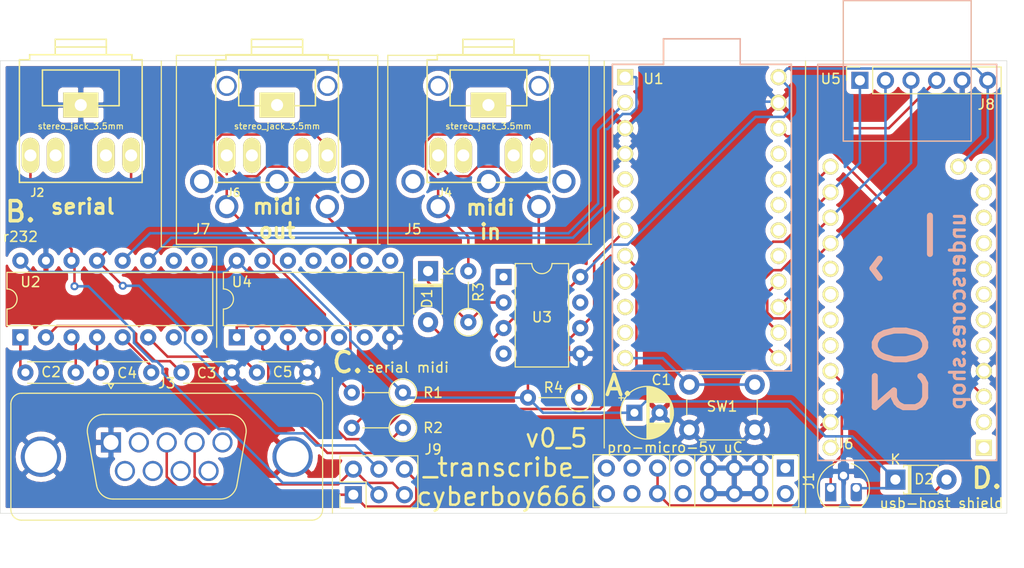
<source format=kicad_pcb>
(kicad_pcb (version 20171130) (host pcbnew 5.1.10)
  (layers (0 F.Cu signal) (31 B.Cu signal) (34 B.Paste user) (35 F.Paste user) (36 B.SilkS user) (37 F.SilkS user) (38 B.Mask user) (39 F.Mask user) (44 Edge.Cuts user))
  (net 0 "")
  (net 1 "Net-(C2-Pad2)")
  (net 2 "Net-(C2-Pad1)")
  (net 3 GND)
  (net 4 "Net-(C3-Pad2)")
  (net 5 "Net-(C4-Pad2)")
  (net 6 "Net-(D1-Pad1)")
  (net 7 MIDI_IN_DATA)
  (net 8 RS_SERIAL_OUT)
  (net 9 RS_SERIAL_IN)
  (net 10 MIDI_IN_PLUS)
  (net 11 MIDI_OUT_PLUS)
  (net 12 MIDI_OUT_DATA)
  (net 13 "Net-(J5-Pad3)")
  (net 14 "Net-(J5-Pad2)")
  (net 15 "Net-(J5-Pad1)")
  (net 16 +5V)
  (net 17 MIDI_SERIAL_IN)
  (net 18 MIDI_SERIAL_OUT)
  (net 19 RST_HOST)
  (net 20 "Net-(U1-Pad20)")
  (net 21 "Net-(U1-Pad19)")
  (net 22 "Net-(U1-Pad18)")
  (net 23 "Net-(U1-Pad17)")
  (net 24 SKC_HOST)
  (net 25 MISO_HOST)
  (net 26 MOSI_HOST)
  (net 27 SS_HOST)
  (net 28 "Net-(U1-Pad11)")
  (net 29 "Net-(U1-Pad10)")
  (net 30 "Net-(U1-Pad9)")
  (net 31 ALT_SERIAL_OUT)
  (net 32 ALT_SERIAL_IN)
  (net 33 "Net-(U1-Pad6)")
  (net 34 "Net-(U1-Pad5)")
  (net 35 "Net-(U2-Pad9)")
  (net 36 "Net-(U2-Pad10)")
  (net 37 "Net-(U2-Pad7)")
  (net 38 "Net-(U2-Pad8)")
  (net 39 3.3v)
  (net 40 "Net-(U4-Pad12)")
  (net 41 "Net-(U4-Pad11)")
  (net 42 "Net-(U4-Pad10)")
  (net 43 "Net-(U4-Pad9)")
  (net 44 "Net-(U4-Pad8)")
  (net 45 "Net-(U4-Pad6)")
  (net 46 "Net-(U4-Pad5)")
  (net 47 "Net-(U4-Pad1)")
  (net 48 "Net-(U5-Pad1)")
  (net 49 "Net-(U5-Pad7)")
  (net 50 "Net-(J7-Pad1)")
  (net 51 "Net-(J7-Pad2)")
  (net 52 "Net-(U1-Pad21)")
  (net 53 "Net-(C4-Pad1)")
  (net 54 "Net-(C5-Pad2)")
  (net 55 "Net-(J1-Pad1)")
  (net 56 "Net-(J1-Pad2)")
  (net 57 "Net-(J1-Pad9)")
  (net 58 "Net-(J1-Pad10)")
  (net 59 "Net-(J1-Pad13)")
  (net 60 "Net-(J1-Pad14)")
  (net 61 "Net-(J1-Pad15)")
  (net 62 "Net-(J1-Pad16)")
  (net 63 "Net-(J3-Pad1)")
  (net 64 "Net-(J3-Pad4)")
  (net 65 "Net-(J3-Pad6)")
  (net 66 "Net-(J3-Pad7)")
  (net 67 "Net-(J3-Pad8)")
  (net 68 "Net-(J3-Pad9)")
  (net 69 "Net-(J4-PadTN)")
  (net 70 "Net-(J4-PadRN)")
  (net 71 "Net-(J4-PadS)")
  (net 72 "Net-(J6-PadS)")
  (net 73 "Net-(J6-PadRN)")
  (net 74 "Net-(J6-PadTN)")
  (net 75 "Net-(J7-Pad3)")
  (net 76 "Net-(R2-Pad1)")
  (net 77 "Net-(U3-Pad1)")
  (net 78 "Net-(U3-Pad7)")
  (net 79 "Net-(U3-Pad4)")
  (net 80 "Net-(U4-Pad13)")
  (net 81 "Net-(U5-Pad24)")
  (net 82 "Net-(U5-Pad22)")
  (net 83 "Net-(U5-Pad20)")
  (net 84 "Net-(U5-Pad19)")
  (net 85 "Net-(U5-Pad18)")
  (net 86 "Net-(U5-Pad17)")
  (net 87 "Net-(U5-Pad12)")
  (net 88 "Net-(U5-Pad11)")
  (net 89 "Net-(U5-Pad10)")
  (net 90 "Net-(U5-Pad9)")
  (net 91 "Net-(U5-Pad8)")
  (net 92 "Net-(U5-Pad6)")
  (net 93 "Net-(U5-Pad5)")
  (net 94 "Net-(U5-Pad2)")
  (net 95 "Net-(D2-Pad2)")
  (net 96 "Net-(J2-PadTN)")
  (net 97 "Net-(J2-PadRN)")
  (net 98 "Net-(J3-Pad3)")
  (net 99 "Net-(J3-Pad2)")
  (net 100 "Net-(SW1-Pad2)")
  (module Diode_THT:D_T-1_P5.08mm_Horizontal (layer F.Cu) (at -247.5 -769.08 270)
    (fp_text reference D1 (at 2.73 0.1 90) (layer F.SilkS))
    (fp_text value 1N4148)
    (fp_text user K (at 0 -2 90) (layer F.SilkS))
    (pad 1 thru_hole rect (at 0 0 270) (size 2 2) (drill 1) (layers *.Cu *.Mask) (net 6 "Net-(D1-Pad1)"))
    (pad 2 thru_hole oval (at 5.08 0 270) (size 2 2) (drill 1) (layers *.Cu *.Mask) (net 7 MIDI_IN_DATA))
  )
  (module Module:usbHostMidi (layer F.Cu) (at -199.9 -765.5 90)
    (fp_text reference U5 hide)
    (fp_text value usbHostMini)
    (fp_text user %R (at 22.7 -7.6) (layer F.SilkS))
    (pad 24 thru_hole circle (at -13.97 -7.62 90) (size 1.6 1.6) (drill 1.1) (layers *.Cu *.Mask F.SilkS) (net 81 "Net-(U5-Pad24)"))
    (pad 23 thru_hole circle (at -11.43 -7.62 90) (size 1.6 1.6) (drill 1.1) (layers *.Cu *.Mask F.SilkS) (net 3 GND))
    (pad 22 thru_hole circle (at -8.89 -7.62 90) (size 1.6 1.6) (drill 1.1) (layers *.Cu *.Mask F.SilkS) (net 82 "Net-(U5-Pad22)"))
    (pad 21 thru_hole circle (at -6.35 -7.62 90) (size 1.6 1.6) (drill 1.1) (layers *.Cu *.Mask F.SilkS) (net 39 3.3v))
    (pad 20 thru_hole circle (at -3.81 -7.62 90) (size 1.6 1.6) (drill 1.1) (layers *.Cu *.Mask F.SilkS) (net 83 "Net-(U5-Pad20)"))
    (pad 19 thru_hole circle (at -1.27 -7.62 90) (size 1.6 1.6) (drill 1.1) (layers *.Cu *.Mask F.SilkS) (net 84 "Net-(U5-Pad19)"))
    (pad 18 thru_hole circle (at 1.27 -7.62 90) (size 1.6 1.6) (drill 1.1) (layers *.Cu *.Mask F.SilkS) (net 85 "Net-(U5-Pad18)"))
    (pad 17 thru_hole circle (at 3.81 -7.62 90) (size 1.6 1.6) (drill 1.1) (layers *.Cu *.Mask F.SilkS) (net 86 "Net-(U5-Pad17)"))
    (pad 16 thru_hole circle (at 6.35 -7.62 90) (size 1.6 1.6) (drill 1.1) (layers *.Cu *.Mask F.SilkS) (net 24 SKC_HOST))
    (pad 15 thru_hole circle (at 8.89 -7.62 90) (size 1.6 1.6) (drill 1.1) (layers *.Cu *.Mask F.SilkS) (net 25 MISO_HOST))
    (pad 14 thru_hole circle (at 11.43 -7.62 90) (size 1.6 1.6) (drill 1.1) (layers *.Cu *.Mask F.SilkS) (net 26 MOSI_HOST))
    (pad 13 thru_hole circle (at 13.97 -7.62 90) (size 1.6 1.6) (drill 1.1) (layers *.Cu *.Mask F.SilkS) (net 27 SS_HOST))
    (pad 12 thru_hole circle (at 13.97 7.62 90) (size 1.6 1.6) (drill 1.1) (layers *.Cu *.Mask F.SilkS) (net 87 "Net-(U5-Pad12)"))
    (pad 11 thru_hole circle (at 11.43 7.62 90) (size 1.6 1.6) (drill 1.1) (layers *.Cu *.Mask F.SilkS) (net 88 "Net-(U5-Pad11)"))
    (pad 10 thru_hole circle (at 8.89 7.62 90) (size 1.6 1.6) (drill 1.1) (layers *.Cu *.Mask F.SilkS) (net 89 "Net-(U5-Pad10)"))
    (pad 9 thru_hole circle (at 6.35 7.62 90) (size 1.6 1.6) (drill 1.1) (layers *.Cu *.Mask F.SilkS) (net 90 "Net-(U5-Pad9)"))
    (pad 8 thru_hole circle (at 3.81 7.62 90) (size 1.6 1.6) (drill 1.1) (layers *.Cu *.Mask F.SilkS) (net 91 "Net-(U5-Pad8)"))
    (pad 7 thru_hole circle (at 1.27 7.62 90) (size 1.6 1.6) (drill 1.1) (layers *.Cu *.Mask F.SilkS) (net 49 "Net-(U5-Pad7)"))
    (pad 6 thru_hole circle (at -1.27 7.62 90) (size 1.6 1.6) (drill 1.1) (layers *.Cu *.Mask F.SilkS) (net 92 "Net-(U5-Pad6)"))
    (pad 5 thru_hole circle (at -3.81 7.62 90) (size 1.6 1.6) (drill 1.1) (layers *.Cu *.Mask F.SilkS) (net 93 "Net-(U5-Pad5)"))
    (pad 4 thru_hole circle (at -6.35 7.62 90) (size 1.6 1.6) (drill 1.1) (layers *.Cu *.Mask F.SilkS) (net 3 GND))
    (pad 3 thru_hole circle (at -8.89 7.62 90) (size 1.6 1.6) (drill 1.1) (layers *.Cu *.Mask F.SilkS) (net 19 RST_HOST))
    (pad 2 thru_hole circle (at -11.43 7.62 90) (size 1.6 1.6) (drill 1.1) (layers *.Cu *.Mask F.SilkS) (net 94 "Net-(U5-Pad2)"))
    (pad 1 thru_hole rect (at -13.97 7.62 90) (size 1.6 1.6) (drill 1.1) (layers *.Cu *.Mask F.SilkS) (net 48 "Net-(U5-Pad1)"))
    (pad 25 thru_hole circle (at 13.97 5.08 90) (size 1.6 1.6) (drill 1.1) (layers *.Cu *.Mask F.SilkS) (net 16 +5V))
  )
  (module Resistor_THT:R_Axial_DIN0207_L6.3mm_D2.5mm_P5.08mm_Vertical (layer F.Cu) (at -250 -753.5 180)
    (fp_text reference R2 (at -3 0) (layer F.SilkS))
    (fp_text value 220)
    (pad 2 thru_hole oval (at 5.08 0 180) (size 1.6 1.6) (drill 0.8) (layers *.Cu *.Mask) (net 12 MIDI_OUT_DATA))
    (pad 1 thru_hole circle (at 0 0 180) (size 1.6 1.6) (drill 0.8) (layers *.Cu *.Mask) (net 76 "Net-(R2-Pad1)"))
  )
  (module Package_DIP:DIP-16_W7.62mm (layer F.Cu) (at -288 -762.5 90)
    (fp_text reference U2 (at 5.5 1 180) (layer F.SilkS))
    (fp_text value MAX232)
    (pad 1 thru_hole rect (at 0 0 90) (size 1.6 1.6) (drill 0.8) (layers *.Cu *.Mask) (net 2 "Net-(C2-Pad1)"))
    (pad 9 thru_hole oval (at 7.62 17.78 90) (size 1.6 1.6) (drill 0.8) (layers *.Cu *.Mask) (net 35 "Net-(U2-Pad9)"))
    (pad 2 thru_hole oval (at 0 2.54 90) (size 1.6 1.6) (drill 0.8) (layers *.Cu *.Mask) (net 4 "Net-(C3-Pad2)"))
    (pad 10 thru_hole oval (at 7.62 15.24 90) (size 1.6 1.6) (drill 0.8) (layers *.Cu *.Mask) (net 36 "Net-(U2-Pad10)"))
    (pad 3 thru_hole oval (at 0 5.08 90) (size 1.6 1.6) (drill 0.8) (layers *.Cu *.Mask) (net 1 "Net-(C2-Pad2)"))
    (pad 11 thru_hole oval (at 7.62 12.7 90) (size 1.6 1.6) (drill 0.8) (layers *.Cu *.Mask) (net 31 ALT_SERIAL_OUT))
    (pad 4 thru_hole oval (at 0 7.62 90) (size 1.6 1.6) (drill 0.8) (layers *.Cu *.Mask) (net 53 "Net-(C4-Pad1)"))
    (pad 12 thru_hole oval (at 7.62 10.16 90) (size 1.6 1.6) (drill 0.8) (layers *.Cu *.Mask) (net 32 ALT_SERIAL_IN))
    (pad 5 thru_hole oval (at 0 10.16 90) (size 1.6 1.6) (drill 0.8) (layers *.Cu *.Mask) (net 5 "Net-(C4-Pad2)"))
    (pad 13 thru_hole oval (at 7.62 7.62 90) (size 1.6 1.6) (drill 0.8) (layers *.Cu *.Mask) (net 9 RS_SERIAL_IN))
    (pad 6 thru_hole oval (at 0 12.7 90) (size 1.6 1.6) (drill 0.8) (layers *.Cu *.Mask) (net 54 "Net-(C5-Pad2)"))
    (pad 14 thru_hole oval (at 7.62 5.08 90) (size 1.6 1.6) (drill 0.8) (layers *.Cu *.Mask) (net 8 RS_SERIAL_OUT))
    (pad 7 thru_hole oval (at 0 15.24 90) (size 1.6 1.6) (drill 0.8) (layers *.Cu *.Mask) (net 37 "Net-(U2-Pad7)"))
    (pad 15 thru_hole oval (at 7.62 2.54 90) (size 1.6 1.6) (drill 0.8) (layers *.Cu *.Mask) (net 3 GND))
    (pad 8 thru_hole oval (at 0 17.78 90) (size 1.6 1.6) (drill 0.8) (layers *.Cu *.Mask) (net 38 "Net-(U2-Pad8)"))
    (pad 16 thru_hole oval (at 7.62 0 90) (size 1.6 1.6) (drill 0.8) (layers *.Cu *.Mask) (net 16 +5V))
  )
  (module Package_DIP:DIP-8_W7.62mm (layer F.Cu) (at -240 -768.5)
    (fp_text reference U3 (at 3.81 4) (layer F.SilkS))
    (fp_text value 6N137)
    (pad 1 thru_hole rect (at 0 0) (size 1.6 1.6) (drill 0.8) (layers *.Cu *.Mask) (net 77 "Net-(U3-Pad1)"))
    (pad 5 thru_hole oval (at 7.62 7.62) (size 1.6 1.6) (drill 0.8) (layers *.Cu *.Mask) (net 3 GND))
    (pad 2 thru_hole oval (at 0 2.54) (size 1.6 1.6) (drill 0.8) (layers *.Cu *.Mask) (net 6 "Net-(D1-Pad1)"))
    (pad 6 thru_hole oval (at 7.62 5.08) (size 1.6 1.6) (drill 0.8) (layers *.Cu *.Mask) (net 17 MIDI_SERIAL_IN))
    (pad 3 thru_hole oval (at 0 5.08) (size 1.6 1.6) (drill 0.8) (layers *.Cu *.Mask) (net 7 MIDI_IN_DATA))
    (pad 7 thru_hole oval (at 7.62 2.54) (size 1.6 1.6) (drill 0.8) (layers *.Cu *.Mask) (net 78 "Net-(U3-Pad7)"))
    (pad 4 thru_hole oval (at 0 7.62) (size 1.6 1.6) (drill 0.8) (layers *.Cu *.Mask) (net 79 "Net-(U3-Pad4)"))
    (pad 8 thru_hole oval (at 7.62 0) (size 1.6 1.6) (drill 0.8) (layers *.Cu *.Mask) (net 16 +5V))
  )
  (module Resistor_THT:R_Axial_DIN0207_L6.3mm_D2.5mm_P5.08mm_Vertical (layer F.Cu) (at -243.5 -764 90)
    (fp_text reference R3 (at 3 1 90) (layer F.SilkS))
    (fp_text value 220)
    (pad 1 thru_hole circle (at 0 0 90) (size 1.6 1.6) (drill 0.8) (layers *.Cu *.Mask) (net 6 "Net-(D1-Pad1)"))
    (pad 2 thru_hole oval (at 5.08 0 90) (size 1.6 1.6) (drill 0.8) (layers *.Cu *.Mask) (net 10 MIDI_IN_PLUS))
  )
  (module Resistor_THT:R_Axial_DIN0207_L6.3mm_D2.5mm_P5.08mm_Vertical (layer F.Cu) (at -232.5 -756.5 180)
    (fp_text reference R4 (at 2.54 1) (layer F.SilkS))
    (fp_text value 10k)
    (pad 2 thru_hole oval (at 5.08 0 180) (size 1.6 1.6) (drill 0.8) (layers *.Cu *.Mask) (net 16 +5V))
    (pad 1 thru_hole circle (at 0 0 180) (size 1.6 1.6) (drill 0.8) (layers *.Cu *.Mask) (net 17 MIDI_SERIAL_IN))
  )
  (module Resistor_THT:R_Axial_DIN0207_L6.3mm_D2.5mm_P5.08mm_Vertical (layer F.Cu) (at -250 -757 180)
    (fp_text reference R1 (at -3 0) (layer F.SilkS))
    (fp_text value 220)
    (pad 1 thru_hole circle (at 0 0 180) (size 1.6 1.6) (drill 0.8) (layers *.Cu *.Mask) (net 16 +5V))
    (pad 2 thru_hole oval (at 5.08 0 180) (size 1.6 1.6) (drill 0.8) (layers *.Cu *.Mask) (net 11 MIDI_OUT_PLUS))
  )
  (module Package_DIP:DIP-14_W7.62mm (layer F.Cu) (at -266.5 -762.5 90)
    (fp_text reference U4 (at 5.5 0.5 180) (layer F.SilkS))
    (fp_text value CD4069)
    (pad 1 thru_hole rect (at 0 0 90) (size 1.6 1.6) (drill 0.8) (layers *.Cu *.Mask) (net 47 "Net-(U4-Pad1)"))
    (pad 8 thru_hole oval (at 7.62 15.24 90) (size 1.6 1.6) (drill 0.8) (layers *.Cu *.Mask) (net 44 "Net-(U4-Pad8)"))
    (pad 2 thru_hole oval (at 0 2.54 90) (size 1.6 1.6) (drill 0.8) (layers *.Cu *.Mask) (net 76 "Net-(R2-Pad1)"))
    (pad 9 thru_hole oval (at 7.62 12.7 90) (size 1.6 1.6) (drill 0.8) (layers *.Cu *.Mask) (net 43 "Net-(U4-Pad9)"))
    (pad 3 thru_hole oval (at 0 5.08 90) (size 1.6 1.6) (drill 0.8) (layers *.Cu *.Mask) (net 18 MIDI_SERIAL_OUT))
    (pad 10 thru_hole oval (at 7.62 10.16 90) (size 1.6 1.6) (drill 0.8) (layers *.Cu *.Mask) (net 42 "Net-(U4-Pad10)"))
    (pad 4 thru_hole oval (at 0 7.62 90) (size 1.6 1.6) (drill 0.8) (layers *.Cu *.Mask) (net 47 "Net-(U4-Pad1)"))
    (pad 11 thru_hole oval (at 7.62 7.62 90) (size 1.6 1.6) (drill 0.8) (layers *.Cu *.Mask) (net 41 "Net-(U4-Pad11)"))
    (pad 5 thru_hole oval (at 0 10.16 90) (size 1.6 1.6) (drill 0.8) (layers *.Cu *.Mask) (net 46 "Net-(U4-Pad5)"))
    (pad 12 thru_hole oval (at 7.62 5.08 90) (size 1.6 1.6) (drill 0.8) (layers *.Cu *.Mask) (net 40 "Net-(U4-Pad12)"))
    (pad 6 thru_hole oval (at 0 12.7 90) (size 1.6 1.6) (drill 0.8) (layers *.Cu *.Mask) (net 45 "Net-(U4-Pad6)"))
    (pad 13 thru_hole oval (at 7.62 2.54 90) (size 1.6 1.6) (drill 0.8) (layers *.Cu *.Mask) (net 80 "Net-(U4-Pad13)"))
    (pad 7 thru_hole oval (at 0 15.24 90) (size 1.6 1.6) (drill 0.8) (layers *.Cu *.Mask) (net 3 GND))
    (pad 14 thru_hole oval (at 7.62 0 90) (size 1.6 1.6) (drill 0.8) (layers *.Cu *.Mask) (net 16 +5V))
  )
  (module Module:ProMicro (layer F.Cu) (at -220.3 -774.4 270)
    (fp_text reference U1 hide)
    (fp_text value ProMicro)
    (fp_text user %R (at -13.8 4.8) (layer F.SilkS))
    (pad 24 thru_hole circle (at -13.97 -7.62 270) (size 1.6 1.6) (drill 1.1) (layers *.Cu *.Mask F.SilkS) (net 16 +5V))
    (pad 23 thru_hole circle (at -11.43 -7.62 270) (size 1.6 1.6) (drill 1.1) (layers *.Cu *.Mask F.SilkS) (net 3 GND))
    (pad 22 thru_hole circle (at -8.89 -7.62 270) (size 1.6 1.6) (drill 1.1) (layers *.Cu *.Mask F.SilkS) (net 19 RST_HOST))
    (pad 21 thru_hole circle (at -6.35 -7.62 270) (size 1.6 1.6) (drill 1.1) (layers *.Cu *.Mask F.SilkS) (net 52 "Net-(U1-Pad21)"))
    (pad 20 thru_hole circle (at -3.81 -7.62 270) (size 1.6 1.6) (drill 1.1) (layers *.Cu *.Mask F.SilkS) (net 20 "Net-(U1-Pad20)"))
    (pad 19 thru_hole circle (at -1.27 -7.62 270) (size 1.6 1.6) (drill 1.1) (layers *.Cu *.Mask F.SilkS) (net 21 "Net-(U1-Pad19)"))
    (pad 18 thru_hole circle (at 1.27 -7.62 270) (size 1.6 1.6) (drill 1.1) (layers *.Cu *.Mask F.SilkS) (net 22 "Net-(U1-Pad18)"))
    (pad 17 thru_hole circle (at 3.81 -7.62 270) (size 1.6 1.6) (drill 1.1) (layers *.Cu *.Mask F.SilkS) (net 23 "Net-(U1-Pad17)"))
    (pad 16 thru_hole circle (at 6.35 -7.62 270) (size 1.6 1.6) (drill 1.1) (layers *.Cu *.Mask F.SilkS) (net 24 SKC_HOST))
    (pad 15 thru_hole circle (at 8.89 -7.62 270) (size 1.6 1.6) (drill 1.1) (layers *.Cu *.Mask F.SilkS) (net 25 MISO_HOST))
    (pad 14 thru_hole circle (at 11.43 -7.62 270) (size 1.6 1.6) (drill 1.1) (layers *.Cu *.Mask F.SilkS) (net 26 MOSI_HOST))
    (pad 13 thru_hole circle (at 13.97 -7.62 270) (size 1.6 1.6) (drill 1.1) (layers *.Cu *.Mask F.SilkS) (net 27 SS_HOST))
    (pad 12 thru_hole circle (at 13.97 7.62 270) (size 1.6 1.6) (drill 1.1) (layers *.Cu *.Mask F.SilkS) (net 100 "Net-(SW1-Pad2)"))
    (pad 11 thru_hole circle (at 11.43 7.62 270) (size 1.6 1.6) (drill 1.1) (layers *.Cu *.Mask F.SilkS) (net 28 "Net-(U1-Pad11)"))
    (pad 10 thru_hole circle (at 8.89 7.62 270) (size 1.6 1.6) (drill 1.1) (layers *.Cu *.Mask F.SilkS) (net 29 "Net-(U1-Pad10)"))
    (pad 9 thru_hole circle (at 6.35 7.62 270) (size 1.6 1.6) (drill 1.1) (layers *.Cu *.Mask F.SilkS) (net 30 "Net-(U1-Pad9)"))
    (pad 8 thru_hole circle (at 3.81 7.62 270) (size 1.6 1.6) (drill 1.1) (layers *.Cu *.Mask F.SilkS) (net 18 MIDI_SERIAL_OUT))
    (pad 7 thru_hole circle (at 1.27 7.62 270) (size 1.6 1.6) (drill 1.1) (layers *.Cu *.Mask F.SilkS) (net 17 MIDI_SERIAL_IN))
    (pad 6 thru_hole circle (at -1.27 7.62 270) (size 1.6 1.6) (drill 1.1) (layers *.Cu *.Mask F.SilkS) (net 33 "Net-(U1-Pad6)"))
    (pad 5 thru_hole circle (at -3.81 7.62 270) (size 1.6 1.6) (drill 1.1) (layers *.Cu *.Mask F.SilkS) (net 34 "Net-(U1-Pad5)"))
    (pad 4 thru_hole circle (at -6.35 7.62 270) (size 1.6 1.6) (drill 1.1) (layers *.Cu *.Mask F.SilkS) (net 3 GND))
    (pad 3 thru_hole circle (at -8.89 7.62 270) (size 1.6 1.6) (drill 1.1) (layers *.Cu *.Mask F.SilkS) (net 3 GND))
    (pad 2 thru_hole circle (at -11.43 7.62 270) (size 1.6 1.6) (drill 1.1) (layers *.Cu *.Mask F.SilkS) (net 32 ALT_SERIAL_IN))
    (pad 1 thru_hole rect (at -13.97 7.62 270) (size 1.6 1.6) (drill 1.1) (layers *.Cu *.Mask F.SilkS) (net 31 ALT_SERIAL_OUT))
  )
  (module Capacitor_THT:CP_Radial_D5.0mm_P2.50mm (layer F.Cu) (at -227 -755)
    (fp_text reference C1 (at 2.675 -3.275) (layer F.SilkS))
    (fp_text value 100uf)
    (pad 1 thru_hole rect (at 0 0) (size 1.6 1.6) (drill 0.8) (layers *.Cu *.Mask) (net 16 +5V))
    (pad 2 thru_hole circle (at 2.5 0) (size 1.6 1.6) (drill 0.8) (layers *.Cu *.Mask) (net 3 GND))
  )
  (module Capacitor_THT:C_Disc_D4.3mm_W1.9mm_P5.00mm (layer F.Cu) (at -287.5 -759)
    (fp_text reference C2 (at 2.55 -0.05) (layer F.SilkS))
    (fp_text value 0.1u)
    (pad 1 thru_hole circle (at 0 0) (size 1.6 1.6) (drill 0.8) (layers *.Cu *.Mask) (net 2 "Net-(C2-Pad1)"))
    (pad 2 thru_hole circle (at 5 0) (size 1.6 1.6) (drill 0.8) (layers *.Cu *.Mask) (net 1 "Net-(C2-Pad2)"))
  )
  (module Capacitor_THT:C_Disc_D4.3mm_W1.9mm_P5.00mm (layer F.Cu) (at -267 -759 180)
    (fp_text reference C3 (at 2.5 -0.05) (layer F.SilkS))
    (fp_text value 0.1u)
    (pad 1 thru_hole circle (at 0 0 180) (size 1.6 1.6) (drill 0.8) (layers *.Cu *.Mask) (net 3 GND))
    (pad 2 thru_hole circle (at 5 0 180) (size 1.6 1.6) (drill 0.8) (layers *.Cu *.Mask) (net 4 "Net-(C3-Pad2)"))
  )
  (module Capacitor_THT:C_Disc_D4.3mm_W1.9mm_P5.00mm (layer F.Cu) (at -280 -759)
    (fp_text reference C4 (at 2.6 0.05) (layer F.SilkS))
    (fp_text value 0.1u)
    (pad 2 thru_hole circle (at 5 0) (size 1.6 1.6) (drill 0.8) (layers *.Cu *.Mask) (net 5 "Net-(C4-Pad2)"))
    (pad 1 thru_hole circle (at 0 0) (size 1.6 1.6) (drill 0.8) (layers *.Cu *.Mask) (net 53 "Net-(C4-Pad1)"))
  )
  (module Capacitor_THT:C_Disc_D4.3mm_W1.9mm_P5.00mm (layer F.Cu) (at -259.5 -759 180)
    (fp_text reference C5 (at 2.45 0.05) (layer F.SilkS))
    (fp_text value 0.1u)
    (pad 2 thru_hole circle (at 5 0 180) (size 1.6 1.6) (drill 0.8) (layers *.Cu *.Mask) (net 54 "Net-(C5-Pad2)"))
    (pad 1 thru_hole circle (at 0 0 180) (size 1.6 1.6) (drill 0.8) (layers *.Cu *.Mask) (net 3 GND))
  )
  (module Diode_THT:D_T-1_P5.08mm_Horizontal (layer F.Cu) (at -201.075 -748.35)
    (fp_text reference D2 (at 2.85 -0.05) (layer F.SilkS))
    (fp_text value 1N4148)
    (fp_text user K (at 0 -2) (layer F.SilkS))
    (pad 2 thru_hole oval (at 5.08 0) (size 2 2) (drill 1) (layers *.Cu *.Mask) (net 95 "Net-(D2-Pad2)"))
    (pad 1 thru_hole rect (at 0 0) (size 2 2) (drill 1) (layers *.Cu *.Mask) (net 16 +5V))
  )
  (module lib_fp:PinHeader_2x08_P2.54_Euro (layer F.Cu) (at -212 -749.5 270)
    (fp_text reference J1 (at 1.27 -2.33 90) (layer F.SilkS))
    (fp_text value europower)
    (pad 1 thru_hole rect (at 0 0 270) (size 1.7 1.7) (drill 1) (layers *.Cu *.Mask) (net 55 "Net-(J1-Pad1)"))
    (pad 2 thru_hole oval (at 2.54 0 270) (size 1.7 1.7) (drill 1) (layers *.Cu *.Mask) (net 56 "Net-(J1-Pad2)"))
    (pad 3 thru_hole oval (at 0 2.54 270) (size 1.7 1.7) (drill 1) (layers *.Cu *.Mask) (net 3 GND))
    (pad 4 thru_hole oval (at 2.54 2.54 270) (size 1.7 1.7) (drill 1) (layers *.Cu *.Mask) (net 3 GND))
    (pad 5 thru_hole oval (at 0 5.08 270) (size 1.7 1.7) (drill 1) (layers *.Cu *.Mask) (net 3 GND))
    (pad 6 thru_hole oval (at 2.54 5.08 270) (size 1.7 1.7) (drill 1) (layers *.Cu *.Mask) (net 3 GND))
    (pad 7 thru_hole oval (at 0 7.62 270) (size 1.7 1.7) (drill 1) (layers *.Cu *.Mask) (net 3 GND))
    (pad 8 thru_hole oval (at 2.54 7.62 270) (size 1.7 1.7) (drill 1) (layers *.Cu *.Mask) (net 3 GND))
    (pad 9 thru_hole oval (at 0 10.16 270) (size 1.7 1.7) (drill 1) (layers *.Cu *.Mask) (net 57 "Net-(J1-Pad9)"))
    (pad 10 thru_hole oval (at 2.54 10.16 270) (size 1.7 1.7) (drill 1) (layers *.Cu *.Mask) (net 58 "Net-(J1-Pad10)"))
    (pad 11 thru_hole oval (at 0 12.7 270) (size 1.7 1.7) (drill 1) (layers *.Cu *.Mask) (net 95 "Net-(D2-Pad2)"))
    (pad 12 thru_hole oval (at 2.54 12.7 270) (size 1.7 1.7) (drill 1) (layers *.Cu *.Mask) (net 95 "Net-(D2-Pad2)"))
    (pad 13 thru_hole oval (at 0 15.24 270) (size 1.7 1.7) (drill 1) (layers *.Cu *.Mask) (net 59 "Net-(J1-Pad13)"))
    (pad 14 thru_hole oval (at 2.54 15.24 270) (size 1.7 1.7) (drill 1) (layers *.Cu *.Mask) (net 60 "Net-(J1-Pad14)"))
    (pad 15 thru_hole oval (at 0 17.78 270) (size 1.7 1.7) (drill 1) (layers *.Cu *.Mask) (net 61 "Net-(J1-Pad15)"))
    (pad 16 thru_hole oval (at 2.54 17.78 270) (size 1.7 1.7) (drill 1) (layers *.Cu *.Mask) (net 62 "Net-(J1-Pad16)"))
  )
  (module Connector_PinSocket_2.54mm:PinSocket_1x06_P2.54mm_Vertical (layer F.Cu) (at -204.6 -788.05 90)
    (fp_text reference J8 (at -2.4 12.55) (layer F.SilkS))
    (fp_text value Conn_01x06)
    (pad 1 thru_hole rect (at 0 0 90) (size 1.7 1.7) (drill 1) (layers *.Cu *.Mask) (net 26 MOSI_HOST))
    (pad 2 thru_hole oval (at 0 2.54 90) (size 1.7 1.7) (drill 1) (layers *.Cu *.Mask) (net 25 MISO_HOST))
    (pad 3 thru_hole oval (at 0 5.08 90) (size 1.7 1.7) (drill 1) (layers *.Cu *.Mask) (net 24 SKC_HOST))
    (pad 4 thru_hole oval (at 0 7.62 90) (size 1.7 1.7) (drill 1) (layers *.Cu *.Mask) (net 19 RST_HOST))
    (pad 5 thru_hole oval (at 0 10.16 90) (size 1.7 1.7) (drill 1) (layers *.Cu *.Mask) (net 3 GND))
    (pad 6 thru_hole oval (at 0 12.7 90) (size 1.7 1.7) (drill 1) (layers *.Cu *.Mask) (net 16 +5V))
  )
  (module Package_TO_SOT_THT:TO-92_HandSolder (layer F.Cu) (at -207.5 -747.5)
    (fp_text reference U6 (at 1.27 -4.4) (layer F.SilkS))
    (fp_text value 78L33)
    (pad 2 thru_hole roundrect (at 1.27 -1.27) (size 1.1 1.8) (drill 0.75 (offset 0 -0.4)) (layers *.Cu *.Mask) (net 3 GND))
    (pad 3 thru_hole roundrect (at 2.54 0) (size 1.1 1.8) (drill 0.75 (offset 0 0.4)) (layers *.Cu *.Mask) (net 16 +5V))
    (pad 1 thru_hole rect (at 0 0) (size 1.1 1.8) (drill 0.75 (offset 0 0.4)) (layers *.Cu *.Mask) (net 39 3.3v))
  )
  (module lib_fp:horizontal_3.5mm_stereo_TRS_jack_A-853 (layer F.Cu) (at -282 -784)
    (fp_text reference J2 (at -4.318 7.112) (layer F.SilkS) (effects (font (size 0.8 0.8))))
    (fp_text value stereo_jack_3.5mm (at 0 0.508) (layer F.SilkS) (effects (font (size 0.6 0.6) (thickness 0.1))))
    (pad S thru_hole rect (at 0 -1.596) (size 3.5 2.5) (drill 1.2) (layers *.Cu *.Mask F.SilkS) (net 3 GND))
    (pad R thru_hole oval (at 5 3.41) (size 1.75 3.5) (drill 1.2) (layers *.Cu *.Mask F.SilkS) (net 9 RS_SERIAL_IN))
    (pad T thru_hole oval (at -5 3.41) (size 1.75 3.5) (drill 1.2) (layers *.Cu *.Mask F.SilkS) (net 8 RS_SERIAL_OUT))
    (pad RN thru_hole oval (at 2.5 3.41) (size 1.75 3.5) (drill 1.2) (layers *.Cu *.Mask F.SilkS) (net 97 "Net-(J2-PadRN)"))
    (pad TN thru_hole oval (at -2.5 3.41) (size 1.75 3.5) (drill 1.2) (layers *.Cu *.Mask F.SilkS) (net 96 "Net-(J2-PadTN)"))
  )
  (module lib_fp:tht_DSUB-9_Vertical_Tayda (layer F.Cu) (at -279 -752.05)
    (fp_text reference J3 (at 5.54 -5.89) (layer F.SilkS))
    (fp_text value dsub9_socket)
    (pad 5 thru_hole rect (at 0 0) (size 2 2) (drill 1.5) (layers *.Cu *.Mask) (net 3 GND))
    (pad 4 thru_hole circle (at 2.77 0) (size 2 2) (drill 1.5) (layers *.Cu *.Mask) (net 64 "Net-(J3-Pad4)"))
    (pad 3 thru_hole circle (at 5.54 0) (size 2 2) (drill 1.5) (layers *.Cu *.Mask) (net 98 "Net-(J3-Pad3)"))
    (pad 2 thru_hole circle (at 8.31 0) (size 2 2) (drill 1.5) (layers *.Cu *.Mask) (net 99 "Net-(J3-Pad2)"))
    (pad 1 thru_hole circle (at 11.08 0) (size 2 2) (drill 1.5) (layers *.Cu *.Mask) (net 63 "Net-(J3-Pad1)"))
    (pad 9 thru_hole circle (at 1.385 2.84) (size 2 2) (drill 1.5) (layers *.Cu *.Mask) (net 68 "Net-(J3-Pad9)"))
    (pad 8 thru_hole circle (at 4.155 2.84) (size 2 2) (drill 1.5) (layers *.Cu *.Mask) (net 67 "Net-(J3-Pad8)"))
    (pad 7 thru_hole circle (at 6.925 2.84) (size 2 2) (drill 1.5) (layers *.Cu *.Mask) (net 66 "Net-(J3-Pad7)"))
    (pad 6 thru_hole circle (at 9.695 2.84) (size 2 2) (drill 1.5) (layers *.Cu *.Mask) (net 65 "Net-(J3-Pad6)"))
    (pad 0 thru_hole circle (at -6.96 1.42) (size 4 4) (drill 3.2) (layers *.Cu *.Mask) (net 3 GND))
    (pad 0 thru_hole circle (at 18.04 1.42) (size 4 4) (drill 3.2) (layers *.Cu *.Mask) (net 3 GND))
  )
  (module lib_fp:horizontal_3.5mm_stereo_TRS_jack_A-853 (layer F.Cu) (at -241.5 -784)
    (fp_text reference J4 (at -4.318 7.112) (layer F.SilkS) (effects (font (size 0.8 0.8))))
    (fp_text value stereo_jack_3.5mm (at 0 0.508) (layer F.SilkS) (effects (font (size 0.6 0.6) (thickness 0.1))))
    (pad TN thru_hole oval (at -2.5 3.41) (size 1.75 3.5) (drill 1.2) (layers *.Cu *.Mask F.SilkS) (net 69 "Net-(J4-PadTN)"))
    (pad RN thru_hole oval (at 2.5 3.41) (size 1.75 3.5) (drill 1.2) (layers *.Cu *.Mask F.SilkS) (net 70 "Net-(J4-PadRN)"))
    (pad T thru_hole oval (at -5 3.41) (size 1.75 3.5) (drill 1.2) (layers *.Cu *.Mask F.SilkS) (net 7 MIDI_IN_DATA))
    (pad R thru_hole oval (at 5 3.41) (size 1.75 3.5) (drill 1.2) (layers *.Cu *.Mask F.SilkS) (net 10 MIDI_IN_PLUS))
    (pad S thru_hole rect (at 0 -1.596) (size 3.5 2.5) (drill 1.2) (layers *.Cu *.Mask F.SilkS) (net 71 "Net-(J4-PadS)"))
  )
  (module lib_fp:horizontal_din5-A1010 (layer F.Cu) (at -249 -778)
    (fp_text reference J5 (at 0 4.75) (layer F.SilkS))
    (fp_text value din5)
    (pad 5 thru_hole circle (at 12.5 2.5) (size 2.3 2.3) (drill 1.5) (layers *.Cu *.Mask) (net 7 MIDI_IN_DATA))
    (pad "" thru_hole circle (at 2.5 -9.5) (size 2 2) (drill 1.5) (layers *.Cu *.Mask))
    (pad 3 thru_hole circle (at 15 0) (size 2.3 2.3) (drill 1.5) (layers *.Cu *.Mask) (net 13 "Net-(J5-Pad3)"))
    (pad 2 thru_hole circle (at 7.5 0) (size 2.3 2.3) (drill 1.5) (layers *.Cu *.Mask) (net 14 "Net-(J5-Pad2)"))
    (pad 1 thru_hole circle (at 0 0) (size 2.3 2.3) (drill 1.5) (layers *.Cu *.Mask) (net 15 "Net-(J5-Pad1)"))
    (pad 4 thru_hole circle (at 2.5 2.5) (size 2.3 2.3) (drill 1.5) (layers *.Cu *.Mask) (net 10 MIDI_IN_PLUS))
    (pad "" thru_hole circle (at 12.5 -9.5) (size 2 2) (drill 1.5) (layers *.Cu *.Mask))
  )
  (module lib_fp:horizontal_3.5mm_stereo_TRS_jack_A-853 (layer F.Cu) (at -262.5 -784)
    (fp_text reference J6 (at -4.318 7.112) (layer F.SilkS) (effects (font (size 0.8 0.8))))
    (fp_text value stereo_jack_3.5mm (at 0 0.508) (layer F.SilkS) (effects (font (size 0.6 0.6) (thickness 0.1))))
    (pad TN thru_hole oval (at -2.5 3.41) (size 1.75 3.5) (drill 1.2) (layers *.Cu *.Mask F.SilkS) (net 74 "Net-(J6-PadTN)"))
    (pad RN thru_hole oval (at 2.5 3.41) (size 1.75 3.5) (drill 1.2) (layers *.Cu *.Mask F.SilkS) (net 73 "Net-(J6-PadRN)"))
    (pad T thru_hole oval (at -5 3.41) (size 1.75 3.5) (drill 1.2) (layers *.Cu *.Mask F.SilkS) (net 12 MIDI_OUT_DATA))
    (pad R thru_hole oval (at 5 3.41) (size 1.75 3.5) (drill 1.2) (layers *.Cu *.Mask F.SilkS) (net 11 MIDI_OUT_PLUS))
    (pad S thru_hole rect (at 0 -1.596) (size 3.5 2.5) (drill 1.2) (layers *.Cu *.Mask F.SilkS) (net 72 "Net-(J6-PadS)"))
  )
  (module lib_fp:horizontal_din5-A1010 (layer F.Cu) (at -270 -778)
    (fp_text reference J7 (at 0 4.75) (layer F.SilkS))
    (fp_text value din5)
    (pad "" thru_hole circle (at 12.5 -9.5) (size 2 2) (drill 1.5) (layers *.Cu *.Mask))
    (pad 4 thru_hole circle (at 2.5 2.5) (size 2.3 2.3) (drill 1.5) (layers *.Cu *.Mask) (net 11 MIDI_OUT_PLUS))
    (pad 1 thru_hole circle (at 0 0) (size 2.3 2.3) (drill 1.5) (layers *.Cu *.Mask) (net 50 "Net-(J7-Pad1)"))
    (pad 2 thru_hole circle (at 7.5 0) (size 2.3 2.3) (drill 1.5) (layers *.Cu *.Mask) (net 51 "Net-(J7-Pad2)"))
    (pad 3 thru_hole circle (at 15 0) (size 2.3 2.3) (drill 1.5) (layers *.Cu *.Mask) (net 75 "Net-(J7-Pad3)"))
    (pad "" thru_hole circle (at 2.5 -9.5) (size 2 2) (drill 1.5) (layers *.Cu *.Mask))
    (pad 5 thru_hole circle (at 12.5 2.5) (size 2.3 2.3) (drill 1.5) (layers *.Cu *.Mask) (net 12 MIDI_OUT_DATA))
  )
  (module Connector_PinHeader_2.54mm:PinHeader_2x03_P2.54mm_Vertical (layer F.Cu) (at -254.925 -746.85 90)
    (fp_text reference J9 (at 4.5 7.925 180) (layer F.SilkS))
    (fp_text value Conn_02x03_Odd_Even)
    (pad 1 thru_hole rect (at 0 0 90) (size 1.7 1.7) (drill 1) (layers *.Cu *.Mask) (net 98 "Net-(J3-Pad3)"))
    (pad 2 thru_hole oval (at 2.54 0 90) (size 1.7 1.7) (drill 1) (layers *.Cu *.Mask) (net 99 "Net-(J3-Pad2)"))
    (pad 3 thru_hole oval (at 0 2.54 90) (size 1.7 1.7) (drill 1) (layers *.Cu *.Mask) (net 8 RS_SERIAL_OUT))
    (pad 4 thru_hole oval (at 2.54 2.54 90) (size 1.7 1.7) (drill 1) (layers *.Cu *.Mask) (net 9 RS_SERIAL_IN))
    (pad 5 thru_hole oval (at 0 5.08 90) (size 1.7 1.7) (drill 1) (layers *.Cu *.Mask) (net 99 "Net-(J3-Pad2)"))
    (pad 6 thru_hole oval (at 2.54 5.08 90) (size 1.7 1.7) (drill 1) (layers *.Cu *.Mask) (net 98 "Net-(J3-Pad3)"))
  )
  (module Button_Switch_THT:SW_PUSH_6mm_H7.3mm (layer F.Cu) (at -215.05 -753.3 180)
    (fp_text reference SW1 (at 3.25 2.325) (layer F.SilkS))
    (fp_text value SW_Push_Dual)
    (pad 2 thru_hole circle (at 0 4.5 270) (size 2 2) (drill 1.1) (layers *.Cu *.Mask) (net 100 "Net-(SW1-Pad2)"))
    (pad 1 thru_hole circle (at 0 0 270) (size 2 2) (drill 1.1) (layers *.Cu *.Mask) (net 3 GND))
    (pad 2 thru_hole circle (at 6.5 4.5 270) (size 2 2) (drill 1.1) (layers *.Cu *.Mask) (net 100 "Net-(SW1-Pad2)"))
    (pad 1 thru_hole circle (at 6.5 0 270) (size 2 2) (drill 1.1) (layers *.Cu *.Mask) (net 3 GND))
  )
  (gr_text "_^ 03" (at -200.4 -764.6 90) (layer B.SilkS) (effects (font (size 5 5) (thickness 0.6)) (justify mirror)))
  (gr_text underscores.shop (at -194.9 -765.1 90) (layer B.SilkS) (effects (font (size 1.5 1.5) (thickness 0.3)) (justify mirror)))
  (gr_text "midi\nin" (at -241.3 -774.2) (layer F.SilkS) (effects (font (size 1.5 1.5) (thickness 0.3))))
  (gr_text "midi\nout" (at -262.5 -774.3) (layer F.SilkS) (effects (font (size 1.5 1.5) (thickness 0.3))))
  (gr_text serial (at -281.8 -775.5) (layer F.SilkS) (effects (font (size 1.5 1.5) (thickness 0.3))))
  (gr_text D. (at -192 -748.5) (layer F.SilkS) (effects (font (size 2 2) (thickness 0.35))))
  (gr_line (start -268.5 -761.5) (end -268.5 -771.5) (layer F.SilkS) (width 0.12))
  (gr_line (start -274 -771.5) (end -274 -790) (layer F.SilkS) (width 0.12))
  (gr_line (start -268.5 -771.5) (end -274 -771.5) (layer F.SilkS) (width 0.12))
  (gr_line (start -257 -745) (end -257 -758.5) (layer F.SilkS) (width 0.12))
  (gr_text "v0_5\n_transcribe_\ncyberboy666" (at -231.5 -749.575) (layer F.SilkS) (effects (font (size 1.8 1.8) (thickness 0.25)) (justify right)))
  (gr_text r232 (at -288 -772.5) (layer F.SilkS) (effects (font (size 1 1))))
  (gr_text "serial midi" (at -249.5 -759.5) (layer F.SilkS) (effects (font (size 1 1))))
  (gr_text "pro-micro-5v uC" (at -222.975 -751.55) (layer F.SilkS) (effects (font (size 1 1))))
  (gr_text "usb-host shield" (at -196.5 -746) (layer F.SilkS) (effects (font (size 1 1))))
  (gr_text C. (at -255.5 -760) (layer F.SilkS) (effects (font (size 2 2) (thickness 0.35))))
  (gr_text B. (at -288 -775) (layer F.SilkS) (effects (font (size 2 2) (thickness 0.35))))
  (gr_text A. (at -228.55 -757.725) (layer F.SilkS) (effects (font (size 2 2) (thickness 0.35))))
  (gr_line (start -230 -790) (end -230 -751.5) (layer F.SilkS) (width 0.12))
  (gr_line (start -210 -745) (end -210 -754) (layer F.SilkS) (width 0.12))
  (gr_line (start -210 -790) (end -210 -745) (layer F.SilkS) (width 0.12))
  (gr_line (start -290 -745) (end -290 -790) (layer Edge.Cuts) (width 0.05))
  (gr_line (start -190 -745) (end -290 -745) (layer Edge.Cuts) (width 0.05))
  (gr_line (start -190 -790) (end -190 -745) (layer Edge.Cuts) (width 0.05))
  (gr_line (start -290 -790) (end -190 -790) (layer Edge.Cuts) (width 0.05))
  (segment (start -283.5 -762.5) (end -282.92 -762.5) (width 0.25) (layer F.Cu) (net 1))
  (segment (start -282.5 -762.08) (end -282.92 -762.5) (width 0.25) (layer F.Cu) (net 1))
  (segment (start -282.5 -759) (end -282.5 -762.08) (width 0.25) (layer F.Cu) (net 1))
  (segment (start -288 -759.5) (end -287.5 -759) (width 0.25) (layer F.Cu) (net 2))
  (segment (start -288 -762.5) (end -288 -759.5) (width 0.25) (layer F.Cu) (net 2))
  (segment (start -208.419999 -753.770001) (end -207.62 -754.57) (width 0.25) (layer F.Cu) (net 3))
  (segment (start -225.08 -785.93) (end -212.38 -785.93) (width 0.25) (layer B.Cu) (net 3))
  (segment (start -227.62 -783.39) (end -225.08 -785.93) (width 0.25) (layer B.Cu) (net 3))
  (segment (start -267.92 -758.08) (end -267 -759) (width 0.25) (layer F.Cu) (net 3))
  (segment (start -273.125001 -760.125001) (end -272.799999 -759.799999) (width 0.25) (layer F.Cu) (net 4))
  (segment (start -272.799999 -759.799999) (end -272 -759) (width 0.25) (layer F.Cu) (net 4))
  (segment (start -274.590003 -760.125001) (end -273.125001 -760.125001) (width 0.25) (layer F.Cu) (net 4))
  (segment (start -277.299999 -763.625001) (end -276.5 -762.825002) (width 0.25) (layer F.Cu) (net 4))
  (segment (start -276.5 -762.034998) (end -274.590003 -760.125001) (width 0.25) (layer F.Cu) (net 4))
  (segment (start -276.5 -762.825002) (end -276.5 -762.034998) (width 0.25) (layer F.Cu) (net 4))
  (segment (start -284.334999 -763.625001) (end -277.299999 -763.625001) (width 0.25) (layer F.Cu) (net 4))
  (segment (start -285.46 -762.5) (end -284.334999 -763.625001) (width 0.25) (layer F.Cu) (net 4))
  (segment (start -278.5 -762.5) (end -277.84 -762.5) (width 0.25) (layer F.Cu) (net 5))
  (segment (start -275 -759.66) (end -275 -759) (width 0.25) (layer F.Cu) (net 5))
  (segment (start -277.84 -762.5) (end -275 -759.66) (width 0.25) (layer F.Cu) (net 5))
  (segment (start -243.46 -764) (end -243.5 -764) (width 0.25) (layer F.Cu) (net 6))
  (segment (start -247.5 -768) (end -247.5 -769.08) (width 0.25) (layer F.Cu) (net 6))
  (segment (start -243.5 -764) (end -247.5 -768) (width 0.25) (layer F.Cu) (net 6))
  (segment (start -241.54 -765.96) (end -243.5 -764) (width 0.25) (layer F.Cu) (net 6))
  (segment (start -240 -765.96) (end -241.54 -765.96) (width 0.25) (layer F.Cu) (net 6))
  (segment (start -246.5 -778.715) (end -246.5 -779.59) (width 0.25) (layer F.Cu) (net 7))
  (segment (start -243.50294 -778.51499) (end -245.29999 -778.51499) (width 0.25) (layer F.Cu) (net 7))
  (segment (start -245.29999 -778.51499) (end -246.5 -779.715) (width 0.25) (layer F.Cu) (net 7))
  (segment (start -242.542929 -779.475001) (end -243.50294 -778.51499) (width 0.25) (layer F.Cu) (net 7))
  (segment (start -240.475001 -779.475001) (end -242.542929 -779.475001) (width 0.25) (layer F.Cu) (net 7))
  (segment (start -246.5 -779.715) (end -246.5 -780.59) (width 0.25) (layer F.Cu) (net 7))
  (segment (start -236.5 -775.5) (end -240.475001 -779.475001) (width 0.25) (layer F.Cu) (net 7))
  (segment (start -236.5 -766.92) (end -240 -763.42) (width 0.25) (layer F.Cu) (net 7))
  (segment (start -236.5 -774.5) (end -236.5 -766.92) (width 0.25) (layer F.Cu) (net 7))
  (segment (start -246.500001 -763.000001) (end -247.5 -764) (width 0.25) (layer F.Cu) (net 7))
  (segment (start -245.5 -762) (end -246.500001 -763.000001) (width 0.25) (layer F.Cu) (net 7))
  (segment (start -241.42 -762) (end -245.5 -762) (width 0.25) (layer F.Cu) (net 7))
  (segment (start -240 -763.42) (end -241.42 -762) (width 0.25) (layer F.Cu) (net 7))
  (segment (start -287 -778.59) (end -287 -780.59) (width 0.25) (layer F.Cu) (net 8))
  (segment (start -287 -775.33137) (end -287 -778.59) (width 0.25) (layer F.Cu) (net 8))
  (segment (start -282.92 -771.25137) (end -287 -775.33137) (width 0.25) (layer F.Cu) (net 8))
  (segment (start -282.92 -770.12) (end -282.92 -771.25137) (width 0.25) (layer F.Cu) (net 8))
  (segment (start -281.249998 -767.575) (end -282.625 -767.575) (width 0.25) (layer B.Cu) (net 8))
  (via (at -282.625 -767.575) (size 0.8) (drill 0.4) (layers F.Cu B.Cu) (net 8))
  (segment (start -276.714999 -763.040001) (end -281.249998 -767.575) (width 0.25) (layer B.Cu) (net 8))
  (segment (start -274.880001 -760.125001) (end -276.714999 -761.959999) (width 0.25) (layer B.Cu) (net 8))
  (segment (start -273.874999 -759.540001) (end -274.459999 -760.125001) (width 0.25) (layer B.Cu) (net 8))
  (segment (start -267.283999 -753.375001) (end -268.300001 -753.375001) (width 0.25) (layer B.Cu) (net 8))
  (segment (start -274.459999 -760.125001) (end -274.880001 -760.125001) (width 0.25) (layer B.Cu) (net 8))
  (segment (start -273.874999 -758.949999) (end -273.874999 -759.540001) (width 0.25) (layer B.Cu) (net 8))
  (segment (start -261.933999 -748.025001) (end -267.283999 -753.375001) (width 0.25) (layer B.Cu) (net 8))
  (segment (start -253.560001 -748.025001) (end -261.933999 -748.025001) (width 0.25) (layer B.Cu) (net 8))
  (segment (start -276.714999 -761.959999) (end -276.714999 -763.040001) (width 0.25) (layer B.Cu) (net 8))
  (segment (start -268.300001 -753.375001) (end -273.874999 -758.949999) (width 0.25) (layer B.Cu) (net 8))
  (segment (start -252.385 -746.85) (end -253.560001 -748.025001) (width 0.25) (layer B.Cu) (net 8))
  (segment (start -282.625 -769.825) (end -282.92 -770.12) (width 0.25) (layer F.Cu) (net 8))
  (segment (start -282.625 -767.575) (end -282.625 -769.825) (width 0.25) (layer F.Cu) (net 8))
  (segment (start -277 -773.5) (end -277 -780.59) (width 0.25) (layer F.Cu) (net 9))
  (segment (start -280.38 -770.12) (end -277 -773.5) (width 0.25) (layer F.Cu) (net 9))
  (segment (start -276.219998 -767.625) (end -277.825 -767.625) (width 0.25) (layer B.Cu) (net 9))
  (segment (start -271.634999 -763.040001) (end -276.219998 -767.625) (width 0.25) (layer B.Cu) (net 9))
  (via (at -277.825 -767.625) (size 0.8) (drill 0.4) (layers F.Cu B.Cu) (net 9))
  (segment (start -271.634999 -761.959999) (end -271.634999 -763.040001) (width 0.25) (layer B.Cu) (net 9))
  (segment (start -262.630001 -752.955001) (end -271.634999 -761.959999) (width 0.25) (layer B.Cu) (net 9))
  (segment (start -259.843999 -752.955001) (end -262.630001 -752.955001) (width 0.25) (layer B.Cu) (net 9))
  (segment (start -258.634999 -751.746001) (end -259.843999 -752.955001) (width 0.25) (layer B.Cu) (net 9))
  (segment (start -254.741001 -751.746001) (end -258.634999 -751.746001) (width 0.25) (layer B.Cu) (net 9))
  (segment (start -252.385 -749.39) (end -254.741001 -751.746001) (width 0.25) (layer B.Cu) (net 9))
  (segment (start -280.32 -770.12) (end -280.38 -770.12) (width 0.25) (layer F.Cu) (net 9))
  (segment (start -277.825 -767.625) (end -280.32 -770.12) (width 0.25) (layer F.Cu) (net 9))
  (segment (start -236.5 -780.465) (end -236.5 -779.59) (width 0.25) (layer F.Cu) (net 10))
  (segment (start -246.42 -774.5) (end -246.5 -774.5) (width 0.25) (layer F.Cu) (net 10))
  (segment (start -246.5 -775.5) (end -246.5 -778.01793) (width 0.25) (layer F.Cu) (net 10))
  (segment (start -246.99706 -782.66501) (end -237.66501 -782.66501) (width 0.25) (layer F.Cu) (net 10))
  (segment (start -236.5 -781.5) (end -236.5 -780.59) (width 0.25) (layer F.Cu) (net 10))
  (segment (start -237.66501 -782.66501) (end -236.5 -781.5) (width 0.25) (layer F.Cu) (net 10))
  (segment (start -247.70001 -781.96206) (end -246.99706 -782.66501) (width 0.25) (layer F.Cu) (net 10))
  (segment (start -247.70001 -779.21794) (end -247.70001 -781.96206) (width 0.25) (layer F.Cu) (net 10))
  (segment (start -246.5 -778.01793) (end -247.70001 -779.21794) (width 0.25) (layer F.Cu) (net 10))
  (segment (start -243.5 -772.5) (end -246.5 -775.5) (width 0.25) (layer F.Cu) (net 10))
  (segment (start -243.5 -769.08) (end -243.5 -772.5) (width 0.25) (layer F.Cu) (net 10))
  (segment (start -257.5 -780.465) (end -257.5 -779.59) (width 0.25) (layer F.Cu) (net 11))
  (segment (start -257.5 -781.465) (end -257.5 -780.59) (width 0.25) (layer F.Cu) (net 11))
  (segment (start -258.70001 -782.66501) (end -257.5 -781.465) (width 0.25) (layer F.Cu) (net 11))
  (segment (start -267.99706 -782.66501) (end -258.70001 -782.66501) (width 0.25) (layer F.Cu) (net 11))
  (segment (start -268.70001 -779.21794) (end -268.70001 -781.96206) (width 0.25) (layer F.Cu) (net 11))
  (segment (start -268.70001 -781.96206) (end -267.99706 -782.66501) (width 0.25) (layer F.Cu) (net 11))
  (segment (start -267.5 -778.01793) (end -268.70001 -779.21794) (width 0.25) (layer F.Cu) (net 11))
  (segment (start -267.5 -775.5) (end -267.5 -778.01793) (width 0.25) (layer F.Cu) (net 11))
  (segment (start -266.350001 -774.350001) (end -267.5 -775.5) (width 0.25) (layer F.Cu) (net 11))
  (segment (start -262.834999 -769.869997) (end -262.834999 -770.834999) (width 0.25) (layer F.Cu) (net 11))
  (segment (start -257.754999 -764.789997) (end -262.834999 -769.869997) (width 0.25) (layer F.Cu) (net 11))
  (segment (start -257.754999 -759.674999) (end -257.754999 -764.789997) (width 0.25) (layer F.Cu) (net 11))
  (segment (start -262.834999 -770.834999) (end -266.350001 -774.350001) (width 0.25) (layer F.Cu) (net 11))
  (segment (start -255.08 -757) (end -257.754999 -759.674999) (width 0.25) (layer F.Cu) (net 11))
  (segment (start -267.5 -778.715) (end -267.5 -779.59) (width 0.25) (layer F.Cu) (net 12))
  (segment (start -256.350001 -773.350001) (end -257.5 -774.5) (width 0.25) (layer F.Cu) (net 12))
  (segment (start -255.214999 -772.214999) (end -256.350001 -773.350001) (width 0.25) (layer F.Cu) (net 12))
  (segment (start -255.214999 -759.749997) (end -255.214999 -772.214999) (width 0.25) (layer F.Cu) (net 12))
  (segment (start -253.954999 -758.489997) (end -255.214999 -759.749997) (width 0.25) (layer F.Cu) (net 12))
  (segment (start -253.954999 -754.625001) (end -253.954999 -758.489997) (width 0.25) (layer F.Cu) (net 12))
  (segment (start -255.08 -753.5) (end -253.954999 -754.625001) (width 0.25) (layer F.Cu) (net 12))
  (segment (start -267.5 -779.715) (end -267.5 -780.59) (width 0.25) (layer F.Cu) (net 12))
  (segment (start -263.542929 -779.475001) (end -264.50294 -778.51499) (width 0.25) (layer F.Cu) (net 12))
  (segment (start -266.29999 -778.51499) (end -267.5 -779.715) (width 0.25) (layer F.Cu) (net 12))
  (segment (start -264.50294 -778.51499) (end -266.29999 -778.51499) (width 0.25) (layer F.Cu) (net 12))
  (segment (start -261.475001 -779.475001) (end -263.542929 -779.475001) (width 0.25) (layer F.Cu) (net 12))
  (segment (start -257.5 -775.5) (end -261.475001 -779.475001) (width 0.25) (layer F.Cu) (net 12))
  (segment (start -267.5 -778.715) (end -267.5 -780.59) (width 0.25) (layer F.Cu) (net 12))
  (segment (start -236.08 -764.8) (end -232.38 -768.5) (width 0.25) (layer F.Cu) (net 16))
  (segment (start -237.58 -764.8) (end -236.08 -764.8) (width 0.25) (layer F.Cu) (net 16))
  (segment (start -237.58 -756.5) (end -237.58 -764.8) (width 0.25) (layer F.Cu) (net 16))
  (segment (start -231.580001 -769.299999) (end -232.38 -768.5) (width 0.25) (layer B.Cu) (net 16))
  (segment (start -229.164999 -771.715001) (end -231.580001 -769.299999) (width 0.25) (layer B.Cu) (net 16))
  (segment (start -227.669997 -771.715001) (end -229.164999 -771.715001) (width 0.25) (layer B.Cu) (net 16))
  (segment (start -214.969997 -784.415001) (end -227.669997 -771.715001) (width 0.25) (layer B.Cu) (net 16))
  (segment (start -212.139999 -784.415001) (end -214.969997 -784.415001) (width 0.25) (layer B.Cu) (net 16))
  (segment (start -211.554999 -785.000001) (end -212.139999 -784.415001) (width 0.25) (layer B.Cu) (net 16))
  (segment (start -211.554999 -787.244999) (end -211.554999 -785.000001) (width 0.25) (layer B.Cu) (net 16))
  (segment (start -212.68 -788.37) (end -211.554999 -787.244999) (width 0.25) (layer B.Cu) (net 16))
  (segment (start -204.96 -747.5) (end -204.96 -747.725) (width 0.25) (layer B.Cu) (net 16))
  (segment (start -236.08 -755) (end -237.58 -756.5) (width 0.25) (layer B.Cu) (net 16))
  (segment (start -227 -755) (end -236.08 -755) (width 0.25) (layer B.Cu) (net 16))
  (segment (start -249.5 -756.5) (end -250 -757) (width 0.25) (layer B.Cu) (net 16))
  (segment (start -237.58 -756.5) (end -249.5 -756.5) (width 0.25) (layer B.Cu) (net 16))
  (segment (start -265.700001 -769.320001) (end -266.5 -770.12) (width 0.25) (layer B.Cu) (net 16))
  (segment (start -265.374999 -768.994999) (end -265.700001 -769.320001) (width 0.25) (layer B.Cu) (net 16))
  (segment (start -261.169997 -768.994999) (end -265.374999 -768.994999) (width 0.25) (layer B.Cu) (net 16))
  (segment (start -255.214999 -763.040001) (end -261.169997 -768.994999) (width 0.25) (layer B.Cu) (net 16))
  (segment (start -255.214999 -762.214999) (end -255.214999 -763.040001) (width 0.25) (layer B.Cu) (net 16))
  (segment (start -250 -757) (end -255.214999 -762.214999) (width 0.25) (layer B.Cu) (net 16))
  (segment (start -287.200001 -769.320001) (end -288 -770.12) (width 0.25) (layer B.Cu) (net 16))
  (segment (start -286.874999 -768.994999) (end -287.200001 -769.320001) (width 0.25) (layer B.Cu) (net 16))
  (segment (start -267.625001 -768.994999) (end -286.874999 -768.994999) (width 0.25) (layer B.Cu) (net 16))
  (segment (start -266.5 -770.12) (end -267.625001 -768.994999) (width 0.25) (layer B.Cu) (net 16))
  (segment (start -191.9 -782.39) (end -191.9 -788.05) (width 0.25) (layer B.Cu) (net 16))
  (segment (start -194.82 -779.47) (end -191.9 -782.39) (width 0.25) (layer B.Cu) (net 16))
  (segment (start -211.880001 -789.169999) (end -212.68 -788.37) (width 0.25) (layer B.Cu) (net 16))
  (segment (start -211.824999 -789.225001) (end -211.880001 -789.169999) (width 0.25) (layer B.Cu) (net 16))
  (segment (start -193.075001 -789.225001) (end -211.824999 -789.225001) (width 0.25) (layer B.Cu) (net 16))
  (segment (start -191.9 -788.05) (end -193.075001 -789.225001) (width 0.25) (layer B.Cu) (net 16))
  (segment (start -205.380001 -752.655001) (end -201.075 -748.35) (width 0.25) (layer B.Cu) (net 16))
  (segment (start -208.030001 -752.655001) (end -205.380001 -752.655001) (width 0.25) (layer B.Cu) (net 16))
  (segment (start -211.500001 -756.125001) (end -208.030001 -752.655001) (width 0.25) (layer B.Cu) (net 16))
  (segment (start -225.874999 -756.125001) (end -211.500001 -756.125001) (width 0.25) (layer B.Cu) (net 16))
  (segment (start -227 -755) (end -225.874999 -756.125001) (width 0.25) (layer B.Cu) (net 16))
  (segment (start -201.925 -747.5) (end -201.075 -748.35) (width 0.25) (layer B.Cu) (net 16))
  (segment (start -204.96 -747.5) (end -201.925 -747.5) (width 0.25) (layer B.Cu) (net 16))
  (segment (start -232.5 -758.5) (end -232.5 -756.5) (width 0.25) (layer F.Cu) (net 17))
  (segment (start -233.505001 -759.505001) (end -232.5 -758.5) (width 0.25) (layer F.Cu) (net 17))
  (segment (start -233.505001 -762.294999) (end -232.38 -763.42) (width 0.25) (layer F.Cu) (net 17))
  (segment (start -233.505001 -759.505001) (end -233.505001 -762.294999) (width 0.25) (layer F.Cu) (net 17))
  (segment (start -231 -770.05) (end -228.719999 -772.330001) (width 0.25) (layer F.Cu) (net 17))
  (segment (start -228.719999 -772.330001) (end -227.92 -773.13) (width 0.25) (layer F.Cu) (net 17))
  (segment (start -231 -764.8) (end -231 -770.05) (width 0.25) (layer F.Cu) (net 17))
  (segment (start -232.38 -763.42) (end -231 -764.8) (width 0.25) (layer F.Cu) (net 17))
  (segment (start -249.790003 -755.374999) (end -230.425001 -755.374999) (width 0.25) (layer F.Cu) (net 18))
  (segment (start -252.790003 -752.374999) (end -249.790003 -755.374999) (width 0.25) (layer F.Cu) (net 18))
  (segment (start -261.42 -758.174998) (end -255.620001 -752.374999) (width 0.25) (layer F.Cu) (net 18))
  (segment (start -255.620001 -752.374999) (end -252.790003 -752.374999) (width 0.25) (layer F.Cu) (net 18))
  (segment (start -261.42 -762.5) (end -261.42 -758.174998) (width 0.25) (layer F.Cu) (net 18))
  (segment (start -226.794999 -769.464999) (end -227.120001 -769.790001) (width 0.25) (layer F.Cu) (net 18))
  (segment (start -226.794999 -759.005001) (end -226.794999 -769.464999) (width 0.25) (layer F.Cu) (net 18))
  (segment (start -227.120001 -769.790001) (end -227.92 -770.59) (width 0.25) (layer F.Cu) (net 18))
  (segment (start -230.425001 -755.374999) (end -226.794999 -759.005001) (width 0.25) (layer F.Cu) (net 18))
  (segment (start -208.874999 -782.490001) (end -196.6 -770.215002) (width 0.25) (layer F.Cu) (net 19))
  (segment (start -211.880001 -782.490001) (end -208.874999 -782.490001) (width 0.25) (layer F.Cu) (net 19))
  (segment (start -212.68 -783.29) (end -211.880001 -782.490001) (width 0.25) (layer F.Cu) (net 19))
  (segment (start -196.6 -760.93) (end -192.28 -756.61) (width 0.25) (layer F.Cu) (net 19))
  (segment (start -196.6 -770.215002) (end -196.6 -760.93) (width 0.25) (layer F.Cu) (net 19))
  (segment (start -208.075 -783.29) (end -208.874999 -782.490001) (width 0.25) (layer F.Cu) (net 19))
  (segment (start -201.74 -783.29) (end -208.075 -783.29) (width 0.25) (layer F.Cu) (net 19))
  (segment (start -196.98 -788.05) (end -201.74 -783.29) (width 0.25) (layer F.Cu) (net 19))
  (segment (start -213.220001 -764.384999) (end -212.139999 -764.384999) (width 0.25) (layer F.Cu) (net 24))
  (segment (start -213.805001 -764.969999) (end -213.220001 -764.384999) (width 0.25) (layer F.Cu) (net 24))
  (segment (start -213.805001 -766.924999) (end -213.805001 -764.969999) (width 0.25) (layer F.Cu) (net 24))
  (segment (start -212.139999 -764.384999) (end -209.3 -767.224998) (width 0.25) (layer F.Cu) (net 24))
  (segment (start -212.68 -768.05) (end -213.805001 -766.924999) (width 0.25) (layer F.Cu) (net 24))
  (segment (start -209.3 -770.07) (end -207.52 -771.85) (width 0.25) (layer F.Cu) (net 24))
  (segment (start -209.3 -767.224998) (end -209.3 -770.07) (width 0.25) (layer F.Cu) (net 24))
  (segment (start -199.52 -779.85) (end -199.52 -788.05) (width 0.25) (layer B.Cu) (net 24))
  (segment (start -207.52 -771.85) (end -199.52 -779.85) (width 0.25) (layer B.Cu) (net 24))
  (segment (start -208.319999 -773.590001) (end -207.52 -774.39) (width 0.25) (layer F.Cu) (net 25))
  (segment (start -210.2 -771.71) (end -208.319999 -773.590001) (width 0.25) (layer F.Cu) (net 25))
  (segment (start -210.2 -767.99) (end -210.2 -771.71) (width 0.25) (layer F.Cu) (net 25))
  (segment (start -212.68 -765.51) (end -210.2 -767.99) (width 0.25) (layer F.Cu) (net 25))
  (segment (start -202.06 -779.85) (end -202.06 -788.05) (width 0.25) (layer B.Cu) (net 25))
  (segment (start -207.52 -774.39) (end -202.06 -779.85) (width 0.25) (layer B.Cu) (net 25))
  (segment (start -212.429997 -769.175001) (end -213.220001 -769.175001) (width 0.25) (layer F.Cu) (net 26))
  (segment (start -213.220001 -769.175001) (end -214.5 -767.895002) (width 0.25) (layer F.Cu) (net 26))
  (segment (start -210.65001 -770.954988) (end -212.429997 -769.175001) (width 0.25) (layer F.Cu) (net 26))
  (segment (start -210.65001 -773.79999) (end -210.65001 -770.954988) (width 0.25) (layer F.Cu) (net 26))
  (segment (start -207.52 -776.93) (end -210.65001 -773.79999) (width 0.25) (layer F.Cu) (net 26))
  (segment (start -214.5 -764.79) (end -212.68 -762.97) (width 0.25) (layer F.Cu) (net 26))
  (segment (start -214.5 -767.895002) (end -214.5 -764.79) (width 0.25) (layer F.Cu) (net 26))
  (segment (start -204.6 -779.85) (end -204.6 -788.05) (width 0.25) (layer B.Cu) (net 26))
  (segment (start -207.52 -776.93) (end -204.6 -779.85) (width 0.25) (layer B.Cu) (net 26))
  (segment (start -208.319999 -778.670001) (end -207.52 -779.47) (width 0.25) (layer F.Cu) (net 27))
  (segment (start -211.10002 -775.88998) (end -208.319999 -778.670001) (width 0.25) (layer F.Cu) (net 27))
  (segment (start -213.220001 -772.004999) (end -212.139999 -772.004999) (width 0.25) (layer F.Cu) (net 27))
  (segment (start -211.10002 -773.044978) (end -211.10002 -775.88998) (width 0.25) (layer F.Cu) (net 27))
  (segment (start -214.950009 -762.700009) (end -214.950009 -770.274991) (width 0.25) (layer F.Cu) (net 27))
  (segment (start -212.139999 -772.004999) (end -211.10002 -773.044978) (width 0.25) (layer F.Cu) (net 27))
  (segment (start -214.950009 -770.274991) (end -213.220001 -772.004999) (width 0.25) (layer F.Cu) (net 27))
  (segment (start -212.68 -760.43) (end -214.950009 -762.700009) (width 0.25) (layer F.Cu) (net 27))
  (segment (start -275.3 -770.12) (end -273.02 -772.4) (width 0.25) (layer B.Cu) (net 31))
  (segment (start -273.02 -772.4) (end -233.1 -772.4) (width 0.25) (layer B.Cu) (net 31))
  (segment (start -233.1 -772.4) (end -229.9 -775.6) (width 0.25) (layer B.Cu) (net 31))
  (segment (start -229.9 -775.6) (end -229.9 -783.2) (width 0.25) (layer B.Cu) (net 31))
  (segment (start -226.87 -788.37) (end -227.92 -788.37) (width 0.25) (layer B.Cu) (net 31))
  (segment (start -226.794999 -788.294999) (end -226.87 -788.37) (width 0.25) (layer B.Cu) (net 31))
  (segment (start -226.794999 -785.289999) (end -226.794999 -788.294999) (width 0.25) (layer B.Cu) (net 31))
  (segment (start -227.379999 -784.704999) (end -226.794999 -785.289999) (width 0.25) (layer B.Cu) (net 31))
  (segment (start -229.675002 -783.2) (end -228.170003 -784.704999) (width 0.25) (layer B.Cu) (net 31))
  (segment (start -228.170003 -784.704999) (end -227.379999 -784.704999) (width 0.25) (layer B.Cu) (net 31))
  (segment (start -229.9 -783.2) (end -229.675002 -783.2) (width 0.25) (layer B.Cu) (net 31))
  (segment (start -275.10999 -772.85001) (end -233.54999 -772.85001) (width 0.25) (layer B.Cu) (net 32))
  (segment (start -277.84 -770.12) (end -275.10999 -772.85001) (width 0.25) (layer B.Cu) (net 32))
  (segment (start -233.54999 -772.85001) (end -230.6 -775.8) (width 0.25) (layer B.Cu) (net 32))
  (segment (start -230.6 -783.15) (end -227.92 -785.83) (width 0.25) (layer B.Cu) (net 32))
  (segment (start -230.6 -775.8) (end -230.6 -783.15) (width 0.25) (layer B.Cu) (net 32))
  (segment (start -207.5 -747.725) (end -207.5 -747.5) (width 0.25) (layer F.Cu) (net 39))
  (segment (start -207.52 -759.15) (end -206.394999 -758.024999) (width 0.25) (layer F.Cu) (net 39))
  (segment (start -207.5 -749.648544) (end -207.5 -747.5) (width 0.25) (layer F.Cu) (net 39))
  (segment (start -206.394999 -750.753545) (end -207.5 -749.648544) (width 0.25) (layer F.Cu) (net 39))
  (segment (start -206.394999 -758.024999) (end -206.394999 -750.753545) (width 0.25) (layer F.Cu) (net 39))
  (segment (start -266.424999 -763.625001) (end -266.5 -763.55) (width 0.25) (layer F.Cu) (net 47))
  (segment (start -266.5 -763.55) (end -266.5 -762.5) (width 0.25) (layer F.Cu) (net 47))
  (segment (start -260.005001 -763.625001) (end -266.424999 -763.625001) (width 0.25) (layer F.Cu) (net 47))
  (segment (start -258.88 -762.5) (end -260.005001 -763.625001) (width 0.25) (layer F.Cu) (net 47))
  (segment (start -281 -762.5) (end -280.38 -762.5) (width 0.25) (layer F.Cu) (net 53))
  (segment (start -280.38 -759.38) (end -280 -759) (width 0.25) (layer F.Cu) (net 53))
  (segment (start -280.38 -762.5) (end -280.38 -759.38) (width 0.25) (layer F.Cu) (net 53))
  (segment (start -275.3 -761.8) (end -275.3 -762.5) (width 0.25) (layer F.Cu) (net 54))
  (segment (start -274.500001 -761.700001) (end -275.3 -762.5) (width 0.25) (layer F.Cu) (net 54))
  (segment (start -273.37501 -760.57501) (end -274.500001 -761.700001) (width 0.25) (layer F.Cu) (net 54))
  (segment (start -266.07501 -760.57501) (end -273.37501 -760.57501) (width 0.25) (layer F.Cu) (net 54))
  (segment (start -264.5 -759) (end -266.07501 -760.57501) (width 0.25) (layer F.Cu) (net 54))
  (segment (start -263.96 -761.36863) (end -263.96 -762.5) (width 0.25) (layer F.Cu) (net 76))
  (segment (start -263.374999 -760.783629) (end -263.96 -761.36863) (width 0.25) (layer F.Cu) (net 76))
  (segment (start -263.374999 -756.874999) (end -263.374999 -760.783629) (width 0.25) (layer F.Cu) (net 76))
  (segment (start -257.5 -751) (end -263.374999 -756.874999) (width 0.25) (layer F.Cu) (net 76))
  (segment (start -252.5 -751) (end -257.5 -751) (width 0.25) (layer F.Cu) (net 76))
  (segment (start -250 -753.5) (end -252.5 -751) (width 0.25) (layer F.Cu) (net 76))
  (segment (start -224.7 -746.96) (end -224.7 -749.5) (width 0.25) (layer F.Cu) (net 95))
  (segment (start -198.560001 -745.784999) (end -195.995 -748.35) (width 0.25) (layer F.Cu) (net 95))
  (segment (start -223.524999 -745.784999) (end -198.560001 -745.784999) (width 0.25) (layer F.Cu) (net 95))
  (segment (start -224.7 -746.96) (end -223.524999 -745.784999) (width 0.25) (layer F.Cu) (net 95))
  (segment (start -253.749999 -745.674999) (end -254.925 -746.85) (width 0.25) (layer F.Cu) (net 98))
  (segment (start -249.280999 -745.674999) (end -253.749999 -745.674999) (width 0.25) (layer F.Cu) (net 98))
  (segment (start -248.669999 -746.285999) (end -249.280999 -745.674999) (width 0.25) (layer F.Cu) (net 98))
  (segment (start -248.669999 -748.214999) (end -248.669999 -746.285999) (width 0.25) (layer F.Cu) (net 98))
  (segment (start -249.845 -749.39) (end -248.669999 -748.214999) (width 0.25) (layer F.Cu) (net 98))
  (segment (start -271.676002 -746.85) (end -254.925 -746.85) (width 0.25) (layer F.Cu) (net 98))
  (segment (start -273.46 -748.633998) (end -271.676002 -746.85) (width 0.25) (layer F.Cu) (net 98))
  (segment (start -273.46 -752.05) (end -273.46 -748.633998) (width 0.25) (layer F.Cu) (net 98))
  (segment (start -253.560001 -748.025001) (end -254.925 -749.39) (width 0.25) (layer F.Cu) (net 99))
  (segment (start -251.020001 -748.025001) (end -253.560001 -748.025001) (width 0.25) (layer F.Cu) (net 99))
  (segment (start -249.845 -746.85) (end -251.020001 -748.025001) (width 0.25) (layer F.Cu) (net 99))
  (segment (start -256.430001 -747.884999) (end -254.925 -749.39) (width 0.25) (layer F.Cu) (net 99))
  (segment (start -269.941001 -747.884999) (end -256.430001 -747.884999) (width 0.25) (layer F.Cu) (net 99))
  (segment (start -270.69 -748.633998) (end -269.941001 -747.884999) (width 0.25) (layer F.Cu) (net 99))
  (segment (start -270.69 -752.05) (end -270.69 -748.633998) (width 0.25) (layer F.Cu) (net 99))
  (segment (start -224.18 -760.43) (end -221.55 -757.8) (width 0.25) (layer B.Cu) (net 100))
  (segment (start -227.92 -760.43) (end -224.18 -760.43) (width 0.25) (layer B.Cu) (net 100))
  (segment (start -221.55 -757.8) (end -215.05 -757.8) (width 0.25) (layer B.Cu) (net 100))
  (zone (net 3) (net_name GND) (layer F.Cu) (connect_pads (clearance 0.508)) (min_thickness 0.254) (fill yes (arc_segments 32) (thermal_gap 0.508) (thermal_bridge_width 0.508))
    (polygon (pts (xy -290 -790) (xy -190 -790) (xy -190 -745) (xy -290 -745)))
  )
  (zone (net 3) (net_name GND) (layer B.Cu) (connect_pads (clearance 0.508)) (min_thickness 0.254) (fill yes (arc_segments 32) (thermal_gap 0.508) (thermal_bridge_width 0.508))
    (polygon (pts (xy -290 -790) (xy -190 -790) (xy -190 -745) (xy -290 -745)))
  )
)
</source>
